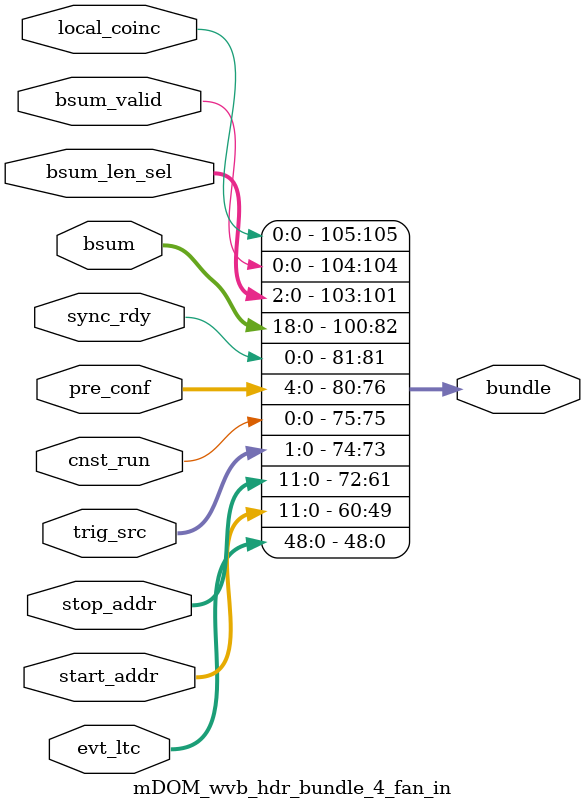
<source format=v>
module mDOM_wvb_hdr_bundle_4_fan_in
  (
   bundle,
   evt_ltc,
   start_addr,
   stop_addr,
   trig_src,
   cnst_run,
   pre_conf,
   sync_rdy,
   bsum,
   bsum_len_sel,
   bsum_valid,
   local_coinc
  );

`include "mDOM_wvb_hdr_bundle_4_inc.v"

   output [105:0] bundle;
   input [48:0] evt_ltc;
   input [11:0] start_addr;
   input [11:0] stop_addr;
   input [1:0] trig_src;
   input [0:0] cnst_run;
   input [4:0] pre_conf;
   input [0:0] sync_rdy;
   input [18:0] bsum;
   input [2:0] bsum_len_sel;
   input [0:0] bsum_valid;
   input [0:0] local_coinc;

assign bundle[48:0] = evt_ltc;
assign bundle[60:49] = start_addr;
assign bundle[72:61] = stop_addr;
assign bundle[74:73] = trig_src;
assign bundle[75:75] = cnst_run;
assign bundle[80:76] = pre_conf;
assign bundle[81:81] = sync_rdy;
assign bundle[100:82] = bsum;
assign bundle[103:101] = bsum_len_sel;
assign bundle[104:104] = bsum_valid;
assign bundle[105:105] = local_coinc;


endmodule

</source>
